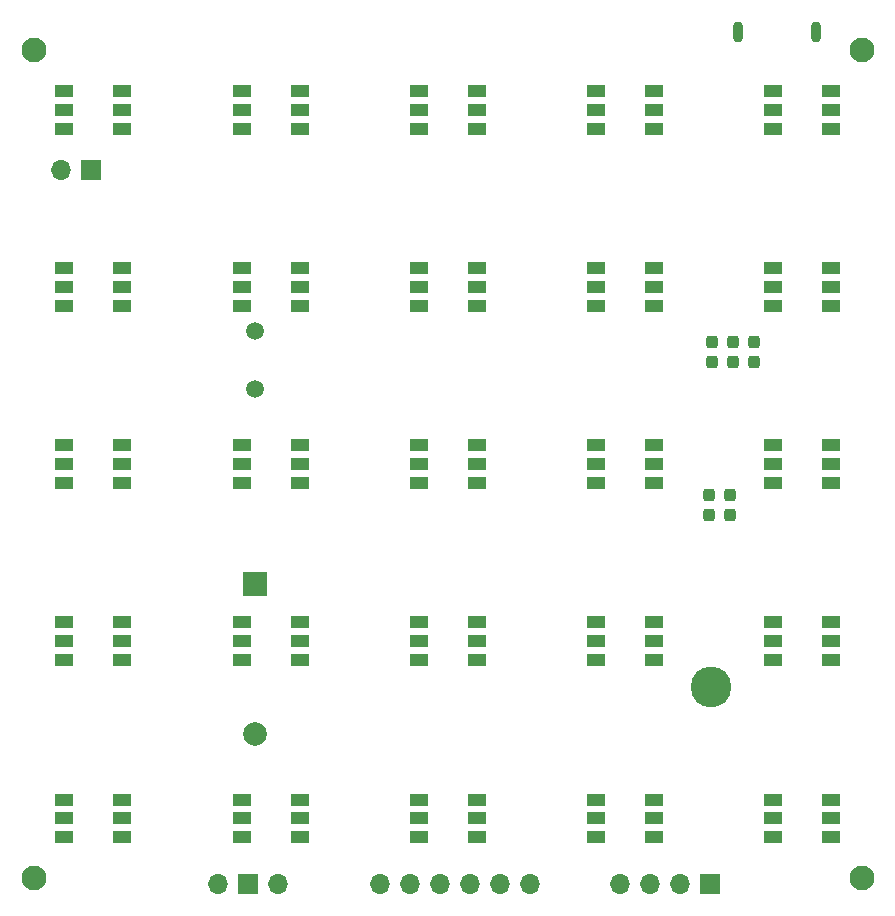
<source format=gbs>
G04 #@! TF.GenerationSoftware,KiCad,Pcbnew,(6.0.5)*
G04 #@! TF.CreationDate,2023-03-01T16:26:38-05:00*
G04 #@! TF.ProjectId,control_board,636f6e74-726f-46c5-9f62-6f6172642e6b,rev?*
G04 #@! TF.SameCoordinates,Original*
G04 #@! TF.FileFunction,Soldermask,Bot*
G04 #@! TF.FilePolarity,Negative*
%FSLAX46Y46*%
G04 Gerber Fmt 4.6, Leading zero omitted, Abs format (unit mm)*
G04 Created by KiCad (PCBNEW (6.0.5)) date 2023-03-01 16:26:38*
%MOMM*%
%LPD*%
G01*
G04 APERTURE LIST*
G04 Aperture macros list*
%AMRoundRect*
0 Rectangle with rounded corners*
0 $1 Rounding radius*
0 $2 $3 $4 $5 $6 $7 $8 $9 X,Y pos of 4 corners*
0 Add a 4 corners polygon primitive as box body*
4,1,4,$2,$3,$4,$5,$6,$7,$8,$9,$2,$3,0*
0 Add four circle primitives for the rounded corners*
1,1,$1+$1,$2,$3*
1,1,$1+$1,$4,$5*
1,1,$1+$1,$6,$7*
1,1,$1+$1,$8,$9*
0 Add four rect primitives between the rounded corners*
20,1,$1+$1,$2,$3,$4,$5,0*
20,1,$1+$1,$4,$5,$6,$7,0*
20,1,$1+$1,$6,$7,$8,$9,0*
20,1,$1+$1,$8,$9,$2,$3,0*%
G04 Aperture macros list end*
%ADD10C,2.100000*%
%ADD11R,1.700000X1.700000*%
%ADD12O,1.700000X1.700000*%
%ADD13C,0.500000*%
%ADD14O,0.900000X1.800000*%
%ADD15C,3.450000*%
%ADD16R,2.000000X2.000000*%
%ADD17C,2.000000*%
%ADD18C,1.500000*%
%ADD19R,1.500000X1.000000*%
%ADD20RoundRect,0.237500X0.237500X-0.300000X0.237500X0.300000X-0.237500X0.300000X-0.237500X-0.300000X0*%
%ADD21RoundRect,0.237500X-0.237500X0.300000X-0.237500X-0.300000X0.237500X-0.300000X0.237500X0.300000X0*%
G04 APERTURE END LIST*
D10*
X174752000Y-123952000D03*
X104648000Y-123952000D03*
X174752000Y-53848000D03*
X104648000Y-53848000D03*
D11*
X161925000Y-124460000D03*
D12*
X159385000Y-124460000D03*
X156845000Y-124460000D03*
X154305000Y-124460000D03*
D13*
X164318250Y-52324000D03*
X170918250Y-52324000D03*
D14*
X164318250Y-52324000D03*
X170918250Y-52324000D03*
D15*
X162030000Y-107760000D03*
D16*
X123420000Y-99060000D03*
D17*
X123420000Y-111760000D03*
D12*
X125365000Y-124460000D03*
D11*
X122825000Y-124460000D03*
D12*
X120285000Y-124460000D03*
X146685000Y-124460000D03*
X144145000Y-124460000D03*
X141605000Y-124460000D03*
X139065000Y-124460000D03*
X136525000Y-124460000D03*
X133985000Y-124460000D03*
D18*
X123347000Y-77650000D03*
X123347000Y-82550000D03*
D11*
X109479000Y-64008000D03*
D12*
X106939000Y-64008000D03*
D19*
X157150000Y-117300000D03*
X157150000Y-118900000D03*
X157150000Y-120500000D03*
X152250000Y-120500000D03*
X152250000Y-118900000D03*
X152250000Y-117300000D03*
X172150000Y-117300000D03*
X172150000Y-118900000D03*
X172150000Y-120500000D03*
X167250000Y-120500000D03*
X167250000Y-118900000D03*
X167250000Y-117300000D03*
D20*
X162060000Y-80264000D03*
X162060000Y-78539000D03*
D19*
X142150000Y-57300000D03*
X142150000Y-58900000D03*
X142150000Y-60500000D03*
X137250000Y-60500000D03*
X137250000Y-58900000D03*
X137250000Y-57300000D03*
X112150000Y-57300000D03*
X112150000Y-58900000D03*
X112150000Y-60500000D03*
X107250000Y-60500000D03*
X107250000Y-58900000D03*
X107250000Y-57300000D03*
D20*
X165616000Y-80264000D03*
X165616000Y-78539000D03*
D19*
X157150000Y-87300000D03*
X157150000Y-88900000D03*
X157150000Y-90500000D03*
X152250000Y-90500000D03*
X152250000Y-88900000D03*
X152250000Y-87300000D03*
X142150000Y-87300000D03*
X142150000Y-88900000D03*
X142150000Y-90500000D03*
X137250000Y-90500000D03*
X137250000Y-88900000D03*
X137250000Y-87300000D03*
D21*
X161806000Y-91493000D03*
X161806000Y-93218000D03*
D19*
X127150000Y-72300000D03*
X127150000Y-73900000D03*
X127150000Y-75500000D03*
X122250000Y-75500000D03*
X122250000Y-73900000D03*
X122250000Y-72300000D03*
X157150000Y-72300000D03*
X157150000Y-73900000D03*
X157150000Y-75500000D03*
X152250000Y-75500000D03*
X152250000Y-73900000D03*
X152250000Y-72300000D03*
X172150000Y-87300000D03*
X172150000Y-88900000D03*
X172150000Y-90500000D03*
X167250000Y-90500000D03*
X167250000Y-88900000D03*
X167250000Y-87300000D03*
X112150000Y-102300000D03*
X112150000Y-103900000D03*
X112150000Y-105500000D03*
X107250000Y-105500000D03*
X107250000Y-103900000D03*
X107250000Y-102300000D03*
X142150000Y-117300000D03*
X142150000Y-118900000D03*
X142150000Y-120500000D03*
X137250000Y-120500000D03*
X137250000Y-118900000D03*
X137250000Y-117300000D03*
X157150000Y-57300000D03*
X157150000Y-58900000D03*
X157150000Y-60500000D03*
X152250000Y-60500000D03*
X152250000Y-58900000D03*
X152250000Y-57300000D03*
X172150000Y-57300000D03*
X172150000Y-58900000D03*
X172150000Y-60500000D03*
X167250000Y-60500000D03*
X167250000Y-58900000D03*
X167250000Y-57300000D03*
X142150000Y-102300000D03*
X142150000Y-103900000D03*
X142150000Y-105500000D03*
X137250000Y-105500000D03*
X137250000Y-103900000D03*
X137250000Y-102300000D03*
X172150000Y-72300000D03*
X172150000Y-73900000D03*
X172150000Y-75500000D03*
X167250000Y-75500000D03*
X167250000Y-73900000D03*
X167250000Y-72300000D03*
X172150000Y-102300000D03*
X172150000Y-103900000D03*
X172150000Y-105500000D03*
X167250000Y-105500000D03*
X167250000Y-103900000D03*
X167250000Y-102300000D03*
X142150000Y-72300000D03*
X142150000Y-73900000D03*
X142150000Y-75500000D03*
X137250000Y-75500000D03*
X137250000Y-73900000D03*
X137250000Y-72300000D03*
X127150000Y-102300000D03*
X127150000Y-103900000D03*
X127150000Y-105500000D03*
X122250000Y-105500000D03*
X122250000Y-103900000D03*
X122250000Y-102300000D03*
X127150000Y-57300000D03*
X127150000Y-58900000D03*
X127150000Y-60500000D03*
X122250000Y-60500000D03*
X122250000Y-58900000D03*
X122250000Y-57300000D03*
D21*
X163576000Y-91493000D03*
X163576000Y-93218000D03*
D19*
X112150000Y-117300000D03*
X112150000Y-118900000D03*
X112150000Y-120500000D03*
X107250000Y-120500000D03*
X107250000Y-118900000D03*
X107250000Y-117300000D03*
X157150000Y-102300000D03*
X157150000Y-103900000D03*
X157150000Y-105500000D03*
X152250000Y-105500000D03*
X152250000Y-103900000D03*
X152250000Y-102300000D03*
X112150000Y-87300000D03*
X112150000Y-88900000D03*
X112150000Y-90500000D03*
X107250000Y-90500000D03*
X107250000Y-88900000D03*
X107250000Y-87300000D03*
X127150000Y-87300000D03*
X127150000Y-88900000D03*
X127150000Y-90500000D03*
X122250000Y-90500000D03*
X122250000Y-88900000D03*
X122250000Y-87300000D03*
D20*
X163838000Y-80264000D03*
X163838000Y-78539000D03*
D19*
X112150000Y-72300000D03*
X112150000Y-73900000D03*
X112150000Y-75500000D03*
X107250000Y-75500000D03*
X107250000Y-73900000D03*
X107250000Y-72300000D03*
X127150000Y-117300000D03*
X127150000Y-118900000D03*
X127150000Y-120500000D03*
X122250000Y-120500000D03*
X122250000Y-118900000D03*
X122250000Y-117300000D03*
M02*

</source>
